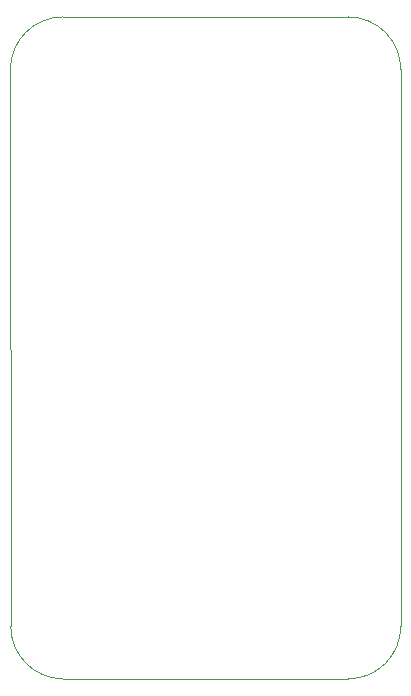
<source format=gbr>
%TF.GenerationSoftware,KiCad,Pcbnew,6.0.1+dfsg-1*%
%TF.CreationDate,2022-09-02T19:09:10-04:00*%
%TF.ProjectId,CH340-testing,43483334-302d-4746-9573-74696e672e6b,rev?*%
%TF.SameCoordinates,Original*%
%TF.FileFunction,Profile,NP*%
%FSLAX46Y46*%
G04 Gerber Fmt 4.6, Leading zero omitted, Abs format (unit mm)*
G04 Created by KiCad (PCBNEW 6.0.1+dfsg-1) date 2022-09-02 19:09:10*
%MOMM*%
%LPD*%
G01*
G04 APERTURE LIST*
%TA.AperFunction,Profile*%
%ADD10C,0.100000*%
%TD*%
G04 APERTURE END LIST*
D10*
X166510001Y-90443090D02*
G75*
G03*
X162065000Y-85998089I-4445002J-1D01*
G01*
X162065000Y-142036999D02*
G75*
G03*
X166510000Y-137591999I1J4444999D01*
G01*
X137935000Y-142036999D02*
X162065000Y-142036999D01*
X133458090Y-90443091D02*
X133490000Y-137591999D01*
X166510000Y-137591999D02*
X166510001Y-90443090D01*
X133490000Y-137591999D02*
G75*
G03*
X137935000Y-142036999I4444999J-1D01*
G01*
X162065000Y-85998089D02*
X137903091Y-85998090D01*
X137903091Y-85998090D02*
G75*
G03*
X133458090Y-90443091I-2J-4444999D01*
G01*
M02*

</source>
